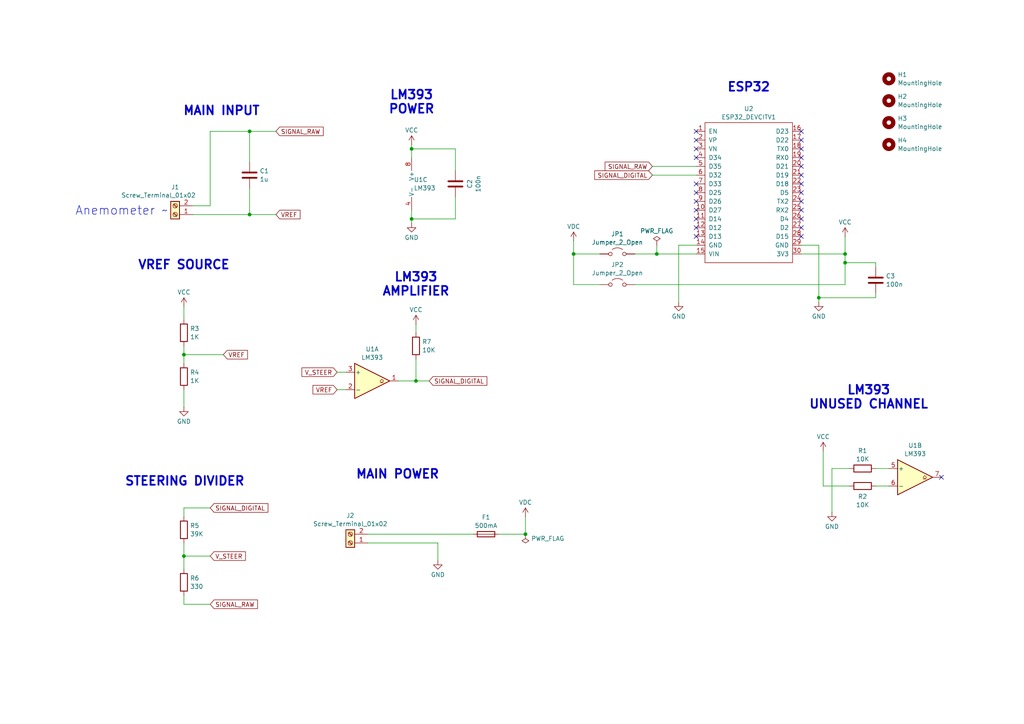
<source format=kicad_sch>
(kicad_sch (version 20250114) (generator "eeschema") (generator_version "9.0")
  (paper "A4")
  (lib_symbols
    (symbol "Comparator:LM393" (pin_names (offset 0.127))
      (property "Reference" "U" (at 3.81 3.81 0))
      (property "Value" "LM393" (at 6.35 -3.81 0))
      (symbol "LM393_1_1"
        (polyline (pts (xy -5.08 5.08) (xy 5.08 0) (xy -5.08 -5.08) (xy -5.08 5.08)) (stroke (width 0.254)) (fill (type background)))
        (polyline (pts (xy 3.302 -0.508) (xy 2.794 -0.508) (xy 3.302 0) (xy 2.794 0.508) (xy 2.286 0) (xy 2.794 -0.508) (xy 2.286 -0.508)) (stroke (width 0.127)))
        (pin input line (at -7.62 2.54 0) (length 2.54) (name "+") (number "3"))
        (pin input line (at -7.62 -2.54 0) (length 2.54) (name "-") (number "2"))
        (pin open_collector line (at 7.62 0 180) (length 2.54) (name "~") (number "1"))
      )
      (symbol "LM393_2_1"
        (polyline (pts (xy -5.08 5.08) (xy 5.08 0) (xy -5.08 -5.08) (xy -5.08 5.08)) (stroke (width 0.254)) (fill (type background)))
        (polyline (pts (xy 3.302 -0.508) (xy 2.794 -0.508) (xy 3.302 0) (xy 2.794 0.508) (xy 2.286 0) (xy 2.794 -0.508) (xy 2.286 -0.508)) (stroke (width 0.127)))
        (pin input line (at -7.62 2.54 0) (length 2.54) (name "+") (number "5"))
        (pin input line (at -7.62 -2.54 0) (length 2.54) (name "-") (number "6"))
        (pin open_collector line (at 7.62 0 180) (length 2.54) (name "~") (number "7"))
      )
      (symbol "LM393_3_1"
        (pin power_in line (at -2.54 7.62 270) (length 3.81) (name "V+") (number "8"))
        (pin power_in line (at -2.54 -7.62 90) (length 3.81) (name "V-") (number "4"))
      )
    )
    (symbol "Connector:Screw_Terminal_01x02" (pin_names (offset 1.016) (hide yes))
      (property "Reference" "J" (at 0 2.54 0))
      (property "Value" "Screw_Terminal_01x02" (at 0 -5.08 0))
      (symbol "Screw_Terminal_01x02_1_1"
        (rectangle (start -1.27 1.27) (end 1.27 -3.81) (stroke (width 0.254)) (fill (type background)))
        (polyline (pts (xy -0.5334 0.3302) (xy 0.3302 -0.508)) (stroke (width 0.1524)))
        (polyline (pts (xy -0.5334 -2.2098) (xy 0.3302 -3.048)) (stroke (width 0.1524)))
        (polyline (pts (xy -0.3556 0.508) (xy 0.508 -0.3302)) (stroke (width 0.1524)))
        (polyline (pts (xy -0.3556 -2.032) (xy 0.508 -2.8702)) (stroke (width 0.1524)))
        (circle (center 0 0) (radius 0.635) (stroke (width 0.1524)))
        (circle (center 0 -2.54) (radius 0.635) (stroke (width 0.1524)))
        (pin passive line (at -5.08 0 0) (length 3.81) (name "Pin_1") (number "1"))
        (pin passive line (at -5.08 -2.54 0) (length 3.81) (name "Pin_2") (number "2"))
      )
    )
    (symbol "Device:C" (pin_numbers (hide yes)) (pin_names (offset 0.254))
      (property "Reference" "C" (at 0.635 2.54 0))
      (property "Value" "C" (at 0.635 -2.54 0))
      (symbol "C_0_1"
        (polyline (pts (xy -2.032 0.762) (xy 2.032 0.762)) (stroke (width 0.508)))
        (polyline (pts (xy -2.032 -0.762) (xy 2.032 -0.762)) (stroke (width 0.508)))
      )
      (symbol "C_1_1"
        (pin passive line (at 0 3.81 270) (length 2.794) (name "~") (number "1"))
        (pin passive line (at 0 -3.81 90) (length 2.794) (name "~") (number "2"))
      )
    )
    (symbol "Device:Fuse" (pin_numbers (hide yes)) (pin_names (offset 0))
      (property "Reference" "F" (at 2.032 0 90))
      (property "Value" "Fuse" (at -1.905 0 90))
      (symbol "Fuse_0_1"
        (rectangle (start -0.762 -2.54) (end 0.762 2.54) (stroke (width 0.254)))
        (polyline (pts (xy 0 2.54) (xy 0 -2.54)))
      )
      (symbol "Fuse_1_1"
        (pin passive line (at 0 3.81 270) (length 1.27) (name "~") (number "1"))
        (pin passive line (at 0 -3.81 90) (length 1.27) (name "~") (number "2"))
      )
    )
    (symbol "Device:R" (pin_numbers (hide yes)) (pin_names (offset 0))
      (property "Reference" "R" (at 2.032 0 90))
      (property "Value" "R" (at 0 0 90))
      (symbol "R_0_1"
        (rectangle (start -1.016 -2.54) (end 1.016 2.54) (stroke (width 0.254)))
      )
      (symbol "R_1_1"
        (pin passive line (at 0 3.81 270) (length 1.27) (name "~") (number "1"))
        (pin passive line (at 0 -3.81 90) (length 1.27) (name "~") (number "2"))
      )
    )
    (symbol "JS_Local:ESP32_DEVCITV1" (pin_names (offset 1.016))
      (property "Reference" "U" (at 0 22.86 0))
      (property "Value" "ESP32_DEVCITV1" (at 0 0 90))
      (symbol "ESP32_DEVCITV1_0_1"
        (rectangle (start -12.7 20.32) (end 12.7 -20.32))
      )
      (symbol "ESP32_DEVCITV1_1_1"
        (pin input line (at -15.24 17.78 0) (length 2.54) (name "EN") (number "1"))
        (pin input line (at -15.24 15.24 0) (length 2.54) (name "VP") (number "2"))
        (pin input line (at -15.24 12.7 0) (length 2.54) (name "VN") (number "3"))
        (pin input line (at -15.24 10.16 0) (length 2.54) (name "D34") (number "4"))
        (pin input line (at -15.24 7.62 0) (length 2.54) (name "D35") (number "5"))
        (pin output line (at -15.24 5.08 0) (length 2.54) (name "D32") (number "6"))
        (pin output line (at -15.24 2.54 0) (length 2.54) (name "D33") (number "7"))
        (pin bidirectional line (at -15.24 0 0) (length 2.54) (name "D25") (number "8"))
        (pin bidirectional line (at -15.24 -2.54 0) (length 2.54) (name "D26") (number "9"))
        (pin bidirectional line (at -15.24 -5.08 0) (length 2.54) (name "D27") (number "10"))
        (pin bidirectional line (at -15.24 -7.62 0) (length 2.54) (name "D14") (number "11"))
        (pin bidirectional line (at -15.24 -10.16 0) (length 2.54) (name "D12") (number "12"))
        (pin bidirectional line (at -15.24 -12.7 0) (length 2.54) (name "D13") (number "13"))
        (pin power_in line (at -15.24 -15.24 0) (length 2.54) (name "GND") (number "14"))
        (pin power_in line (at -15.24 -17.78 0) (length 2.54) (name "VIN") (number "15"))
        (pin bidirectional line (at 15.24 17.78 180) (length 2.54) (name "D23") (number "16"))
        (pin bidirectional line (at 15.24 15.24 180) (length 2.54) (name "D22") (number "17"))
        (pin bidirectional line (at 15.24 12.7 180) (length 2.54) (name "TX0") (number "18"))
        (pin bidirectional line (at 15.24 10.16 180) (length 2.54) (name "RX0") (number "19"))
        (pin bidirectional line (at 15.24 7.62 180) (length 2.54) (name "D21") (number "20"))
        (pin bidirectional line (at 15.24 5.08 180) (length 2.54) (name "D19") (number "21"))
        (pin bidirectional line (at 15.24 2.54 180) (length 2.54) (name "D18") (number "22"))
        (pin bidirectional line (at 15.24 0 180) (length 2.54) (name "D5") (number "23"))
        (pin bidirectional line (at 15.24 -2.54 180) (length 2.54) (name "TX2") (number "24"))
        (pin bidirectional line (at 15.24 -5.08 180) (length 2.54) (name "RX2") (number "25"))
        (pin bidirectional line (at 15.24 -7.62 180) (length 2.54) (name "D4") (number "26"))
        (pin bidirectional line (at 15.24 -10.16 180) (length 2.54) (name "D2") (number "27"))
        (pin bidirectional line (at 15.24 -12.7 180) (length 2.54) (name "D15") (number "28"))
        (pin power_out line (at 15.24 -15.24 180) (length 2.54) (name "GND") (number "29"))
        (pin power_out line (at 15.24 -17.78 180) (length 2.54) (name "3V3") (number "30"))
      )
    )
    (symbol "Jumper:Jumper_2_Open" (pin_numbers (hide yes)) (pin_names (offset 0) (hide yes))
      (property "Reference" "JP" (at 0 2.794 0))
      (property "Value" "Jumper_2_Open" (at 0 -2.286 0))
      (symbol "Jumper_2_Open_0_0"
        (circle (center -2.032 0) (radius 0.508))
        (circle (center 2.032 0) (radius 0.508))
      )
      (symbol "Jumper_2_Open_0_1"
        (arc (start -1.524 1.27) (mid 0 1.778) (end 1.524 1.27))
      )
      (symbol "Jumper_2_Open_1_1"
        (pin passive line (at -5.08 0 0) (length 2.54) (name "A") (number "1"))
        (pin passive line (at 5.08 0 180) (length 2.54) (name "B") (number "2"))
      )
    )
    (symbol "Mechanical:MountingHole" (pin_names (offset 1.016)) (in_bom no)
      (property "Reference" "H" (at 0 5.08 0))
      (property "Value" "MountingHole" (at 0 3.175 0))
      (symbol "MountingHole_0_1"
        (circle (center 0 0) (radius 1.27) (stroke (width 1.27)))
      )
    )
    (symbol "power:GND" (power) (pin_numbers (hide yes)) (pin_names (offset 0) (hide yes))
      (property "Value" "GND" (at 0 -3.81 0))
      (symbol "GND_0_1"
        (polyline (pts (xy 0 0) (xy 0 -1.27) (xy 1.27 -1.27) (xy 0 -2.54) (xy -1.27 -1.27) (xy 0 -1.27)))
      )
      (symbol "GND_1_1"
        (pin power_in line (at 0 0 270) (length 0) (name "~") (number "1"))
      )
    )
    (symbol "power:PWR_FLAG" (power) (pin_numbers (hide yes)) (pin_names (offset 0) (hide yes))
      (property "Value" "PWR_FLAG" (at 0 3.81 0))
      (symbol "PWR_FLAG_0_0"
        (pin power_out line (at 0 0 90) (length 0) (name "~") (number "1"))
      )
      (symbol "PWR_FLAG_0_1"
        (polyline (pts (xy 0 0) (xy 0 1.27) (xy -1.016 1.905) (xy 0 2.54) (xy 1.016 1.905) (xy 0 1.27)))
      )
    )
    (symbol "power:VCC" (power) (pin_numbers (hide yes)) (pin_names (offset 0) (hide yes))
      (property "Value" "VCC" (at 0 3.556 0))
      (symbol "VCC_0_1"
        (polyline (pts (xy -0.762 1.27) (xy 0 2.54)))
        (polyline (pts (xy 0 2.54) (xy 0.762 1.27)))
        (polyline (pts (xy 0 0) (xy 0 2.54)))
      )
      (symbol "VCC_1_1"
        (pin power_in line (at 0 0 90) (length 0) (name "~") (number "1"))
      )
    )
    (symbol "power:VDC" (power) (pin_numbers (hide yes)) (pin_names (offset 0) (hide yes))
      (property "Value" "VDC" (at 0 3.556 0))
      (symbol "VDC_0_1"
        (polyline (pts (xy -0.762 1.27) (xy 0 2.54)))
        (polyline (pts (xy 0 2.54) (xy 0.762 1.27)))
        (polyline (pts (xy 0 0) (xy 0 2.54)))
      )
      (symbol "VDC_1_1"
        (pin power_in line (at 0 0 90) (length 0) (name "~") (number "1"))
      )
    )
  )
  (text "LM393\nPOWER" (at 119.38 29.718 0) (effects (font (size 2.54 2.54) (thickness 0.508) (bold yes))))
  (text "ESP32" (at 217.17 25.4 0) (effects (font (size 2.54 2.54) (thickness 0.508) (bold yes))))
  (text "Anemometer ~" (at 35.306 61.214 0) (effects (font (size 2.54 2.54))))
  (text "MAIN INPUT" (at 64.262 32.258 0) (effects (font (size 2.54 2.54) (thickness 0.508) (bold yes))))
  (text "STEERING DIVIDER" (at 53.594 139.7 0) (effects (font (size 2.54 2.54) (thickness 0.508) (bold yes))))
  (text "VREF SOURCE" (at 53.34 76.962 0) (effects (font (size 2.54 2.54) (thickness 0.508) (bold yes))))
  (text "LM393\nAMPLIFIER" (at 120.65 82.55 0) (effects (font (size 2.54 2.54) (thickness 0.508) (bold yes))))
  (text "MAIN POWER" (at 115.316 137.668 0) (effects (font (size 2.54 2.54) (thickness 0.508) (bold yes))))
  (text "LM393\nUNUSED CHANNEL" (at 251.968 115.316 0) (effects (font (size 2.54 2.54) (thickness 0.508) (bold yes))))
  (junction (at 245.11 76.2))
  (junction (at 72.39 62.23))
  (junction (at 152.4 154.94))
  (junction (at 119.38 63.5))
  (junction (at 120.65 110.49))
  (junction (at 245.11 73.66))
  (junction (at 53.34 102.87))
  (junction (at 166.37 73.66))
  (junction (at 72.39 38.1))
  (junction (at 190.5 73.66))
  (junction (at 53.34 161.29))
  (junction (at 119.38 43.18))
  (junction (at 237.49 86.36))
  (no_connect (at 201.93 40.64))
  (no_connect (at 232.41 60.96))
  (no_connect (at 232.41 55.88))
  (no_connect (at 232.41 68.58))
  (no_connect (at 232.41 45.72))
  (no_connect (at 201.93 43.18))
  (no_connect (at 232.41 48.26))
  (no_connect (at 232.41 38.1))
  (no_connect (at 232.41 40.64))
  (no_connect (at 201.93 58.42))
  (no_connect (at 201.93 66.04))
  (no_connect (at 201.93 55.88))
  (no_connect (at 232.41 43.18))
  (no_connect (at 232.41 50.8))
  (no_connect (at 201.93 63.5))
  (no_connect (at 232.41 63.5))
  (no_connect (at 201.93 38.1))
  (no_connect (at 201.93 60.96))
  (no_connect (at 232.41 58.42))
  (no_connect (at 201.93 53.34))
  (no_connect (at 232.41 53.34))
  (no_connect (at 273.05 138.43))
  (no_connect (at 232.41 66.04))
  (no_connect (at 201.93 68.58))
  (no_connect (at 201.93 45.72))
  (wire (pts (xy 120.65 104.14) (xy 120.65 110.49)))
  (wire (pts (xy 127 157.48) (xy 127 162.56)))
  (wire (pts (xy 119.38 41.91) (xy 119.38 43.18)))
  (wire (pts (xy 232.41 73.66) (xy 245.11 73.66)))
  (wire (pts (xy 245.11 73.66) (xy 245.11 68.58)))
  (wire (pts (xy 246.38 135.89) (xy 241.3 135.89)))
  (wire (pts (xy 254 86.36) (xy 254 85.09)))
  (wire (pts (xy 60.96 38.1) (xy 60.96 59.69)))
  (wire (pts (xy 53.34 157.48) (xy 53.34 161.29)))
  (wire (pts (xy 97.79 107.95) (xy 100.33 107.95)))
  (wire (pts (xy 237.49 86.36) (xy 237.49 87.63)))
  (wire (pts (xy 120.65 110.49) (xy 124.46 110.49)))
  (wire (pts (xy 189.23 50.8) (xy 201.93 50.8)))
  (wire (pts (xy 119.38 60.96) (xy 119.38 63.5)))
  (wire (pts (xy 106.68 157.48) (xy 127 157.48)))
  (wire (pts (xy 120.65 93.98) (xy 120.65 96.52)))
  (wire (pts (xy 237.49 71.12) (xy 237.49 86.36)))
  (wire (pts (xy 53.34 102.87) (xy 53.34 105.41)))
  (wire (pts (xy 53.34 149.86) (xy 53.34 147.32)))
  (wire (pts (xy 119.38 43.18) (xy 119.38 45.72)))
  (wire (pts (xy 190.5 73.66) (xy 184.15 73.66)))
  (wire (pts (xy 106.68 154.94) (xy 137.16 154.94)))
  (wire (pts (xy 53.34 172.72) (xy 53.34 175.26)))
  (wire (pts (xy 166.37 82.55) (xy 173.99 82.55)))
  (wire (pts (xy 53.34 100.33) (xy 53.34 102.87)))
  (wire (pts (xy 72.39 38.1) (xy 80.01 38.1)))
  (wire (pts (xy 254 135.89) (xy 257.81 135.89)))
  (wire (pts (xy 119.38 63.5) (xy 119.38 64.77)))
  (wire (pts (xy 201.93 71.12) (xy 196.85 71.12)))
  (wire (pts (xy 119.38 63.5) (xy 132.08 63.5)))
  (wire (pts (xy 166.37 69.85) (xy 166.37 73.66)))
  (wire (pts (xy 190.5 71.12) (xy 190.5 73.66)))
  (wire (pts (xy 144.78 154.94) (xy 152.4 154.94)))
  (wire (pts (xy 72.39 62.23) (xy 80.01 62.23)))
  (wire (pts (xy 245.11 82.55) (xy 245.11 76.2)))
  (wire (pts (xy 53.34 175.26) (xy 60.96 175.26)))
  (wire (pts (xy 55.88 59.69) (xy 60.96 59.69)))
  (wire (pts (xy 53.34 147.32) (xy 60.96 147.32)))
  (wire (pts (xy 196.85 71.12) (xy 196.85 87.63)))
  (wire (pts (xy 152.4 149.86) (xy 152.4 154.94)))
  (wire (pts (xy 60.96 38.1) (xy 72.39 38.1)))
  (wire (pts (xy 53.34 113.03) (xy 53.34 118.11)))
  (wire (pts (xy 119.38 43.18) (xy 132.08 43.18)))
  (wire (pts (xy 55.88 62.23) (xy 72.39 62.23)))
  (wire (pts (xy 237.49 86.36) (xy 254 86.36)))
  (wire (pts (xy 184.15 82.55) (xy 245.11 82.55)))
  (wire (pts (xy 72.39 38.1) (xy 72.39 46.99)))
  (wire (pts (xy 132.08 43.18) (xy 132.08 49.53)))
  (wire (pts (xy 115.57 110.49) (xy 120.65 110.49)))
  (wire (pts (xy 173.99 73.66) (xy 166.37 73.66)))
  (wire (pts (xy 53.34 161.29) (xy 53.34 165.1)))
  (wire (pts (xy 245.11 76.2) (xy 245.11 73.66)))
  (wire (pts (xy 201.93 73.66) (xy 190.5 73.66)))
  (wire (pts (xy 97.79 113.03) (xy 100.33 113.03)))
  (wire (pts (xy 53.34 102.87) (xy 64.77 102.87)))
  (wire (pts (xy 132.08 57.15) (xy 132.08 63.5)))
  (wire (pts (xy 189.23 48.26) (xy 201.93 48.26)))
  (wire (pts (xy 232.41 71.12) (xy 237.49 71.12)))
  (wire (pts (xy 72.39 54.61) (xy 72.39 62.23)))
  (wire (pts (xy 254 140.97) (xy 257.81 140.97)))
  (wire (pts (xy 166.37 73.66) (xy 166.37 82.55)))
  (wire (pts (xy 245.11 76.2) (xy 254 76.2)))
  (wire (pts (xy 241.3 135.89) (xy 241.3 148.59)))
  (wire (pts (xy 254 77.47) (xy 254 76.2)))
  (wire (pts (xy 53.34 88.9) (xy 53.34 92.71)))
  (wire (pts (xy 246.38 140.97) (xy 238.76 140.97)))
  (wire (pts (xy 238.76 130.81) (xy 238.76 140.97)))
  (wire (pts (xy 53.34 161.29) (xy 60.96 161.29)))
  (global_label "SIGNAL_DIGITAL" (shape input) (at 124.46 110.49 0) (property "Intersheetrefs" "${INTERSHEET_REFS}" (effects (hide yes))))
  (global_label "SIGNAL_RAW" (shape input) (at 189.23 48.26 180) (property "Intersheetrefs" "${INTERSHEET_REFS}" (effects (hide yes))))
  (global_label "VREF" (shape input) (at 64.77 102.87 0) (property "Intersheetrefs" "${INTERSHEET_REFS}" (effects (hide yes))))
  (global_label "SIGNAL_DIGITAL" (shape input) (at 189.23 50.8 180) (property "Intersheetrefs" "${INTERSHEET_REFS}" (effects (hide yes))))
  (global_label "SIGNAL_RAW" (shape input) (at 80.01 38.1 0) (property "Intersheetrefs" "${INTERSHEET_REFS}" (effects (hide yes))))
  (global_label "V_STEER" (shape input) (at 97.79 107.95 180) (property "Intersheetrefs" "${INTERSHEET_REFS}" (effects (hide yes))))
  (global_label "VREF" (shape input) (at 97.79 113.03 180) (property "Intersheetrefs" "${INTERSHEET_REFS}" (effects (hide yes))))
  (global_label "V_STEER" (shape input) (at 60.96 161.29 0) (property "Intersheetrefs" "${INTERSHEET_REFS}" (effects (hide yes))))
  (global_label "VREF" (shape input) (at 80.01 62.23 0) (property "Intersheetrefs" "${INTERSHEET_REFS}" (effects (hide yes))))
  (global_label "SIGNAL_RAW" (shape input) (at 60.96 175.26 0) (property "Intersheetrefs" "${INTERSHEET_REFS}" (effects (hide yes))))
  (global_label "SIGNAL_DIGITAL" (shape input) (at 60.96 147.32 0) (effects (font (thickness 0.1588))) (property "Intersheetrefs" "${INTERSHEET_REFS}" (effects (hide yes))))
  (symbol (lib_id "Mechanical:MountingHole") (at 257.81 35.56 0) (unit 1) (in_bom no)
    (property "Reference" "H3" (at 260.35 34.3478 0) (effects (justify left)))
    (property "Value" "MountingHole" (at 260.35 36.7721 0) (effects (justify left)))
    (property "Footprint" "MountingHole:MountingHole_3.2mm_M3_ISO7380" (effects (hide yes)))
    (property "Description" "Mounting Hole without connection" (effects (hide yes)))
  )
  (symbol (lib_id "Device:C") (at 132.08 53.34 0) (unit 1)
    (property "Reference" "C2" (at 136.2597 53.34 90))
    (property "Value" "100n" (at 138.684 53.34 90))
    (property "Footprint" "Capacitor_THT:C_Disc_D5.0mm_W2.5mm_P5.00mm" (effects (hide yes)))
    (property "Description" "Unpolarized capacitor" (effects (hide yes)))
  )
  (symbol (lib_id "Device:Fuse") (at 140.97 154.94 90) (unit 1)
    (property "Reference" "F1" (at 140.97 150.0335 90))
    (property "Value" "500mA" (at 140.97 152.4578 90))
    (property "Footprint" "Fuse:Fuseholder_TR5_Littelfuse_No560_No460" (effects (hide yes)))
    (property "Description" "Fuse" (effects (hide yes)))
  )
  (symbol (lib_id "power:PWR_FLAG") (at 190.5 71.12 0) (unit 1)
    (property "Reference" "#FLG02" (effects (hide yes)))
    (property "Value" "PWR_FLAG" (at 190.5 66.9869 0))
    (property "Description" "Special symbol for telling ERC where power comes from" (effects (hide yes)))
  )
  (symbol (lib_id "Comparator:LM393") (at 121.92 53.34 0) (unit 3)
    (property "Reference" "U1" (at 120.015 52.1278 0) (effects (justify left)))
    (property "Value" "LM393" (at 120.015 54.5521 0) (effects (justify left)))
    (property "Footprint" "Package_DIP:DIP-8_W7.62mm" (effects (hide yes)))
    (property "Datasheet" "http://www.ti.com/lit/ds/symlink/lm393.pdf" (effects (hide yes)))
    (property "Description" "Low-Power, Low-Offset Voltage, Dual Comparators, DIP-8/SOIC-8/TO-99-8" (effects (hide yes)))
  )
  (symbol (lib_id "Device:R") (at 53.34 109.22 0) (unit 1)
    (property "Reference" "R4" (at 55.118 108.0078 0) (effects (justify left)))
    (property "Value" "1K" (at 55.118 110.4321 0) (effects (justify left)))
    (property "Footprint" "Resistor_THT:R_Axial_DIN0207_L6.3mm_D2.5mm_P7.62mm_Horizontal" (effects (hide yes)))
    (property "Description" "Resistor" (effects (hide yes)))
  )
  (symbol (lib_id "power:GND") (at 196.85 87.63 0) (unit 1)
    (property "Reference" "#PWR011" (effects (hide yes)))
    (property "Value" "GND" (at 196.85 91.7631 0))
    (property "Description" "Power symbol creates a global label with name \"GND\" , ground" (effects (hide yes)))
  )
  (symbol (lib_id "power:GND") (at 119.38 64.77 0) (unit 1)
    (property "Reference" "#PWR04" (effects (hide yes)))
    (property "Value" "GND" (at 119.38 68.9031 0))
    (property "Description" "Power symbol creates a global label with name \"GND\" , ground" (effects (hide yes)))
  )
  (symbol (lib_id "power:VDC") (at 152.4 149.86 0) (unit 1)
    (property "Reference" "#PWR09" (effects (hide yes)))
    (property "Value" "VDC" (at 152.4 145.7269 0))
    (property "Description" "Power symbol creates a global label with name \"VDC\"" (effects (hide yes)))
  )
  (symbol (lib_id "Jumper:Jumper_2_Open") (at 179.07 82.55 0) (unit 1)
    (property "Reference" "JP2" (at 179.07 76.7545 0))
    (property "Value" "Jumper_2_Open" (at 179.07 79.1788 0))
    (property "Footprint" "Connector_PinHeader_2.54mm:PinHeader_1x02_P2.54mm_Vertical" (effects (hide yes)))
    (property "Description" "Jumper, 2-pole, open" (effects (hide yes)))
  )
  (symbol (lib_id "Mechanical:MountingHole") (at 257.81 41.91 0) (unit 1) (in_bom no)
    (property "Reference" "H4" (at 260.35 40.6978 0) (effects (justify left)))
    (property "Value" "MountingHole" (at 260.35 43.1221 0) (effects (justify left)))
    (property "Footprint" "MountingHole:MountingHole_3.2mm_M3_ISO7380" (effects (hide yes)))
    (property "Description" "Mounting Hole without connection" (effects (hide yes)))
  )
  (symbol (lib_id "Comparator:LM393") (at 265.43 138.43 0) (unit 2)
    (property "Reference" "U1" (at 265.43 129.2055 0))
    (property "Value" "LM393" (at 265.43 131.6298 0))
    (property "Footprint" "Package_DIP:DIP-8_W7.62mm" (effects (hide yes)))
    (property "Datasheet" "http://www.ti.com/lit/ds/symlink/lm393.pdf" (effects (hide yes)))
    (property "Description" "Low-Power, Low-Offset Voltage, Dual Comparators, DIP-8/SOIC-8/TO-99-8" (effects (hide yes)))
  )
  (symbol (lib_id "Comparator:LM393") (at 107.95 110.49 0) (unit 1)
    (property "Reference" "U1" (at 107.95 101.2655 0))
    (property "Value" "LM393" (at 107.95 103.6898 0))
    (property "Footprint" "Package_DIP:DIP-8_W7.62mm" (effects (hide yes)))
    (property "Datasheet" "http://www.ti.com/lit/ds/symlink/lm393.pdf" (effects (hide yes)))
    (property "Description" "Low-Power, Low-Offset Voltage, Dual Comparators, DIP-8/SOIC-8/TO-99-8" (effects (hide yes)))
  )
  (symbol (lib_id "power:VDC") (at 166.37 69.85 0) (unit 1)
    (property "Reference" "#PWR013" (effects (hide yes)))
    (property "Value" "VDC" (at 166.37 65.7169 0))
    (property "Description" "Power symbol creates a global label with name \"VDC\"" (effects (hide yes)))
  )
  (symbol (lib_id "Device:R") (at 53.34 168.91 180) (unit 1)
    (property "Reference" "R6" (at 55.118 167.6978 0) (effects (justify right)))
    (property "Value" "330" (at 55.118 170.1221 0) (effects (justify right)))
    (property "Footprint" "Resistor_THT:R_Axial_DIN0207_L6.3mm_D2.5mm_P7.62mm_Horizontal" (effects (hide yes)))
    (property "Description" "Resistor" (effects (hide yes)))
  )
  (symbol (lib_id "power:GND") (at 127 162.56 0) (unit 1)
    (property "Reference" "#PWR08" (effects (hide yes)))
    (property "Value" "GND" (at 127 166.6931 0))
    (property "Description" "Power symbol creates a global label with name \"GND\" , ground" (effects (hide yes)))
  )
  (symbol (lib_id "power:GND") (at 53.34 118.11 0) (unit 1)
    (property "Reference" "#PWR05" (effects (hide yes)))
    (property "Value" "GND" (at 53.34 122.2431 0))
    (property "Description" "Power symbol creates a global label with name \"GND\" , ground" (effects (hide yes)))
  )
  (symbol (lib_id "power:VCC") (at 238.76 130.81 0) (unit 1)
    (property "Reference" "#PWR02" (effects (hide yes)))
    (property "Value" "VCC" (at 238.76 126.6769 0))
    (property "Description" "Power symbol creates a global label with name \"VCC\"" (effects (hide yes)))
  )
  (symbol (lib_id "Device:R") (at 120.65 100.33 0) (unit 1)
    (property "Reference" "R7" (at 122.428 99.1178 0) (effects (justify left)))
    (property "Value" "10K" (at 122.428 101.5421 0) (effects (justify left)))
    (property "Footprint" "Resistor_THT:R_Axial_DIN0207_L6.3mm_D2.5mm_P7.62mm_Horizontal" (effects (hide yes)))
    (property "Description" "Resistor" (effects (hide yes)))
  )
  (symbol (lib_id "power:GND") (at 241.3 148.59 0) (unit 1)
    (property "Reference" "#PWR01" (effects (hide yes)))
    (property "Value" "GND" (at 241.3 152.7231 0))
    (property "Description" "Power symbol creates a global label with name \"GND\" , ground" (effects (hide yes)))
  )
  (symbol (lib_id "Mechanical:MountingHole") (at 257.81 29.21 0) (unit 1) (in_bom no)
    (property "Reference" "H2" (at 260.35 27.9978 0) (effects (justify left)))
    (property "Value" "MountingHole" (at 260.35 30.4221 0) (effects (justify left)))
    (property "Footprint" "MountingHole:MountingHole_3.2mm_M3_ISO7380" (effects (hide yes)))
    (property "Description" "Mounting Hole without connection" (effects (hide yes)))
  )
  (symbol (lib_id "power:GND") (at 237.49 87.63 0) (unit 1)
    (property "Reference" "#PWR010" (effects (hide yes)))
    (property "Value" "GND" (at 237.49 91.7631 0))
    (property "Description" "Power symbol creates a global label with name \"GND\" , ground" (effects (hide yes)))
  )
  (symbol (lib_id "Device:C") (at 254 81.28 0) (unit 1)
    (property "Reference" "C3" (at 256.921 80.0678 0) (effects (justify left)))
    (property "Value" "100n" (at 256.921 82.4921 0) (effects (justify left)))
    (property "Footprint" "Capacitor_THT:C_Disc_D5.0mm_W2.5mm_P5.00mm" (effects (hide yes)))
    (property "Description" "Unpolarized capacitor" (effects (hide yes)))
  )
  (symbol (lib_id "Device:R") (at 250.19 140.97 90) (unit 1)
    (property "Reference" "R2" (at 250.19 144.018 90))
    (property "Value" "10K" (at 250.19 146.4423 90))
    (property "Footprint" "Resistor_THT:R_Axial_DIN0207_L6.3mm_D2.5mm_P7.62mm_Horizontal" (effects (hide yes)))
    (property "Description" "Resistor" (effects (hide yes)))
  )
  (symbol (lib_id "Device:R") (at 53.34 153.67 180) (unit 1)
    (property "Reference" "R5" (at 55.118 152.4578 0) (effects (justify right)))
    (property "Value" "39K" (at 55.118 154.8821 0) (effects (justify right)))
    (property "Footprint" "Resistor_THT:R_Axial_DIN0207_L6.3mm_D2.5mm_P7.62mm_Horizontal" (effects (hide yes)))
    (property "Description" "Resistor" (effects (hide yes)))
  )
  (symbol (lib_id "Device:R") (at 250.19 135.89 90) (unit 1)
    (property "Reference" "R1" (at 250.19 130.7295 90))
    (property "Value" "10K" (at 250.19 133.1538 90))
    (property "Footprint" "Resistor_THT:R_Axial_DIN0207_L6.3mm_D2.5mm_P7.62mm_Horizontal" (effects (hide yes)))
    (property "Description" "Resistor" (effects (hide yes)))
  )
  (symbol (lib_id "power:VCC") (at 53.34 88.9 0) (unit 1)
    (property "Reference" "#PWR06" (effects (hide yes)))
    (property "Value" "VCC" (at 53.34 84.7669 0))
    (property "Description" "Power symbol creates a global label with name \"VCC\"" (effects (hide yes)))
  )
  (symbol (lib_id "power:VCC") (at 119.38 41.91 0) (unit 1)
    (property "Reference" "#PWR03" (effects (hide yes)))
    (property "Value" "VCC" (at 119.38 37.7769 0))
    (property "Description" "Power symbol creates a global label with name \"VCC\"" (effects (hide yes)))
  )
  (symbol (lib_id "JS_Local:ESP32_DEVCITV1") (at 217.17 55.88 0) (unit 1)
    (property "Reference" "U2" (at 217.17 31.5425 0))
    (property "Value" "ESP32_DEVCITV1" (at 217.17 33.9668 0))
    (property "Footprint" "JS_Local:ESP32_DEVKITV1" (effects (hide yes)))
  )
  (symbol (lib_id "Device:R") (at 53.34 96.52 0) (unit 1)
    (property "Reference" "R3" (at 55.118 95.3078 0) (effects (justify left)))
    (property "Value" "1K" (at 55.118 97.7321 0) (effects (justify left)))
    (property "Footprint" "Resistor_THT:R_Axial_DIN0207_L6.3mm_D2.5mm_P7.62mm_Horizontal" (effects (hide yes)))
    (property "Description" "Resistor" (effects (hide yes)))
  )
  (symbol (lib_id "Mechanical:MountingHole") (at 257.81 22.86 0) (unit 1) (in_bom no)
    (property "Reference" "H1" (at 260.35 21.6478 0) (effects (justify left)))
    (property "Value" "MountingHole" (at 260.35 24.0721 0) (effects (justify left)))
    (property "Footprint" "MountingHole:MountingHole_3.2mm_M3_ISO7380" (effects (hide yes)))
    (property "Description" "Mounting Hole without connection" (effects (hide yes)))
  )
  (symbol (lib_id "Connector:Screw_Terminal_01x02") (at 50.8 62.23 180) (unit 1)
    (property "Reference" "J1" (at 50.8 54.2755 0))
    (property "Value" "Screw_Terminal_01x02" (at 45.974 56.642 0))
    (property "Footprint" "TerminalBlock_MetzConnect:TerminalBlock_MetzConnect_Type055_RT01502HDWU_1x02_P5.00mm_Horizontal" (effects (hide yes)))
    (property "Description" "Generic screw terminal, single row, 01x02, script generated (kicad-library-utils/schlib/autogen/connector/)" (effects (hide yes)))
  )
  (symbol (lib_id "Jumper:Jumper_2_Open") (at 179.07 73.66 0) (unit 1)
    (property "Reference" "JP1" (at 179.07 67.8645 0))
    (property "Value" "Jumper_2_Open" (at 179.07 70.2888 0))
    (property "Footprint" "Connector_PinHeader_2.54mm:PinHeader_1x02_P2.54mm_Vertical" (effects (hide yes)))
    (property "Description" "Jumper, 2-pole, open" (effects (hide yes)))
  )
  (symbol (lib_id "power:VCC") (at 120.65 93.98 0) (unit 1)
    (property "Reference" "#PWR07" (effects (hide yes)))
    (property "Value" "VCC" (at 120.65 89.8469 0))
    (property "Description" "Power symbol creates a global label with name \"VCC\"" (effects (hide yes)))
  )
  (symbol (lib_id "power:PWR_FLAG") (at 152.4 154.94 180) (unit 1)
    (property "Reference" "#FLG01" (effects (hide yes)))
    (property "Value" "PWR_FLAG" (at 154.051 156.21 0) (effects (justify right)))
    (property "Description" "Special symbol for telling ERC where power comes from" (effects (hide yes)))
  )
  (symbol (lib_id "Device:C") (at 72.39 50.8 0) (unit 1)
    (property "Reference" "C1" (at 75.311 49.5878 0) (effects (justify left)))
    (property "Value" "1u" (at 75.311 52.0121 0) (effects (justify left)))
    (property "Footprint" "Capacitor_THT:C_Disc_D5.0mm_W2.5mm_P5.00mm" (effects (hide yes)))
    (property "Description" "Unpolarized capacitor" (effects (hide yes)))
  )
  (symbol (lib_id "Connector:Screw_Terminal_01x02") (at 101.6 157.48 180) (unit 1)
    (property "Reference" "J2" (at 101.6 149.5255 0))
    (property "Value" "Screw_Terminal_01x02" (at 101.6 151.9498 0))
    (property "Footprint" "TerminalBlock_MetzConnect:TerminalBlock_MetzConnect_Type055_RT01502HDWU_1x02_P5.00mm_Horizontal" (effects (hide yes)))
    (property "Description" "Generic screw terminal, single row, 01x02, script generated (kicad-library-utils/schlib/autogen/connector/)" (effects (hide yes)))
  )
  (symbol (lib_id "power:VCC") (at 245.11 68.58 0) (unit 1)
    (property "Reference" "#PWR012" (effects (hide yes)))
    (property "Value" "VCC" (at 245.11 64.4469 0))
    (property "Description" "Power symbol creates a global label with name \"VCC\"" (effects (hide yes)))
  )
)
</source>
